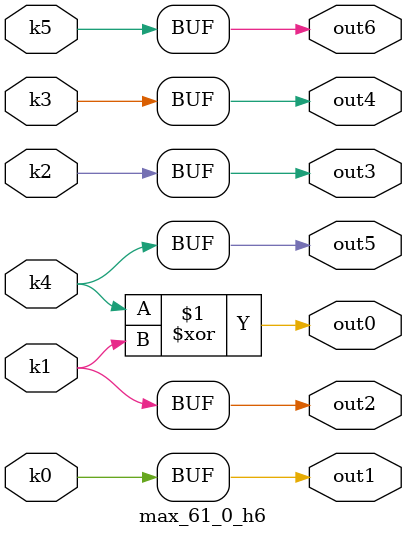
<source format=v>
module max_61_0(pi0, pi1, pi2, pi3, pi4, po0, po1, po2, po3, po4, po5, po6);
input pi0, pi1, pi2, pi3, pi4;
output po0, po1, po2, po3, po4, po5, po6;
wire k0, k1, k2, k3, k4, k5;
max_61_0_w6 DUT1 (pi0, pi1, pi2, pi3, pi4, k0, k1, k2, k3, k4, k5);
max_61_0_h6 DUT2 (k0, k1, k2, k3, k4, k5, po0, po1, po2, po3, po4, po5, po6);
endmodule

module max_61_0_w6(in4, in3, in2, in1, in0, k5, k4, k3, k2, k1, k0);
input in4, in3, in2, in1, in0;
output k5, k4, k3, k2, k1, k0;
assign k0 =   in1 & (in2 ? in4 : in3);
assign k1 =   ~in1 & (in2 ? ~in4 : ~in3);
assign k2 =   ~in4 & in3;
assign k3 =   ~in3 & in4;
assign k4 =   in0;
assign k5 =   in2;
endmodule

module max_61_0_h6(k5, k4, k3, k2, k1, k0, out6, out5, out4, out3, out2, out1, out0);
input k5, k4, k3, k2, k1, k0;
output out6, out5, out4, out3, out2, out1, out0;
assign out0 = k4 ^ k1;
assign out1 = k0;
assign out2 = k1;
assign out3 = k2;
assign out4 = k3;
assign out5 = k4;
assign out6 = k5;
endmodule

</source>
